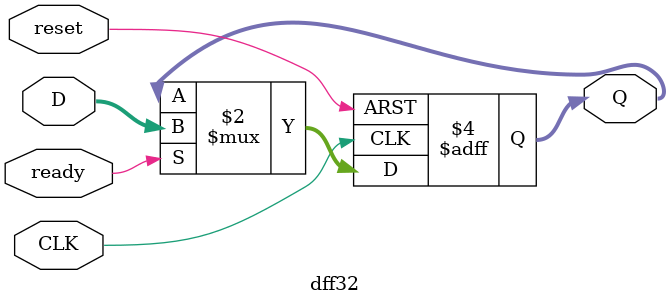
<source format=v>
`timescale 1ns / 1ps

module dff32#(parameter Init = 32'b0)(
    input CLK,
    input [31:0] D,
    input reset,	
	input ready,

    output reg [31:0] Q
    );
    
	always @(posedge CLK or posedge reset) begin
		if(reset)
			Q <= Init;
		else if(ready)
			Q <= D;
	end					
endmodule

</source>
